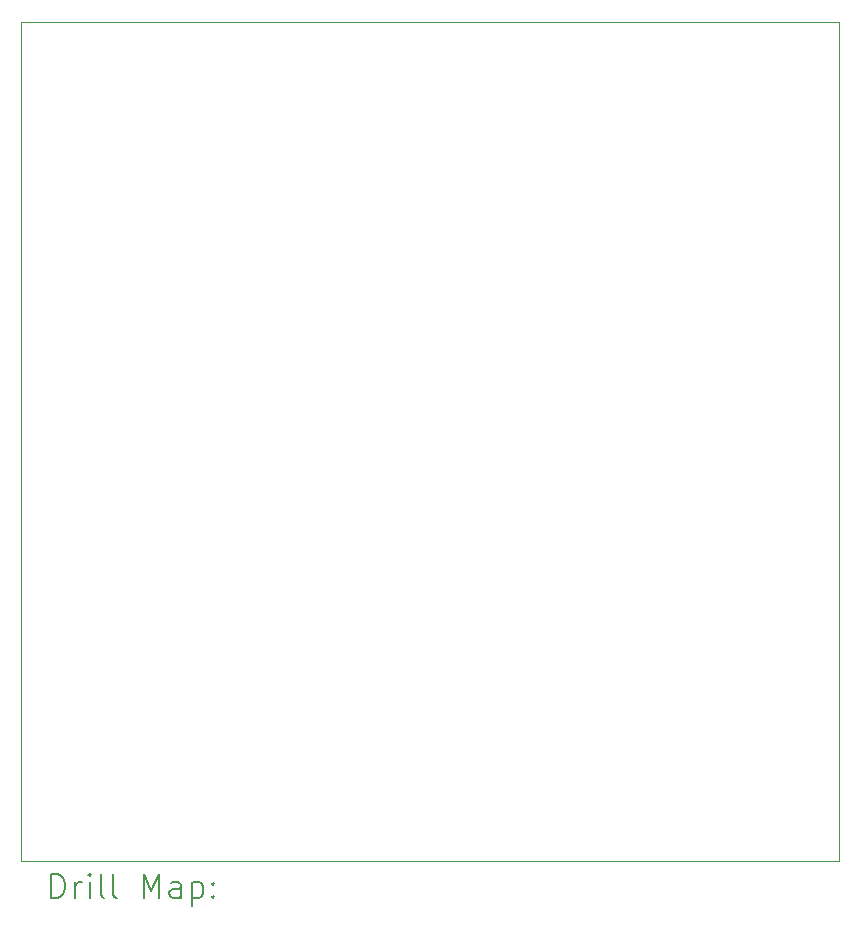
<source format=gbr>
%TF.GenerationSoftware,KiCad,Pcbnew,8.0.5*%
%TF.CreationDate,2024-11-17T20:05:29+09:00*%
%TF.ProjectId,VR_glove,56525f67-6c6f-4766-952e-6b696361645f,rev?*%
%TF.SameCoordinates,Original*%
%TF.FileFunction,Drillmap*%
%TF.FilePolarity,Positive*%
%FSLAX45Y45*%
G04 Gerber Fmt 4.5, Leading zero omitted, Abs format (unit mm)*
G04 Created by KiCad (PCBNEW 8.0.5) date 2024-11-17 20:05:29*
%MOMM*%
%LPD*%
G01*
G04 APERTURE LIST*
%ADD10C,0.050000*%
%ADD11C,0.200000*%
G04 APERTURE END LIST*
D10*
X11775000Y-4625000D02*
X18700000Y-4625000D01*
X18700000Y-11725000D01*
X11775000Y-11725000D01*
X11775000Y-4625000D01*
D11*
X12033277Y-12038984D02*
X12033277Y-11838984D01*
X12033277Y-11838984D02*
X12080896Y-11838984D01*
X12080896Y-11838984D02*
X12109467Y-11848508D01*
X12109467Y-11848508D02*
X12128515Y-11867555D01*
X12128515Y-11867555D02*
X12138039Y-11886603D01*
X12138039Y-11886603D02*
X12147562Y-11924698D01*
X12147562Y-11924698D02*
X12147562Y-11953269D01*
X12147562Y-11953269D02*
X12138039Y-11991365D01*
X12138039Y-11991365D02*
X12128515Y-12010412D01*
X12128515Y-12010412D02*
X12109467Y-12029460D01*
X12109467Y-12029460D02*
X12080896Y-12038984D01*
X12080896Y-12038984D02*
X12033277Y-12038984D01*
X12233277Y-12038984D02*
X12233277Y-11905650D01*
X12233277Y-11943746D02*
X12242801Y-11924698D01*
X12242801Y-11924698D02*
X12252324Y-11915174D01*
X12252324Y-11915174D02*
X12271372Y-11905650D01*
X12271372Y-11905650D02*
X12290420Y-11905650D01*
X12357086Y-12038984D02*
X12357086Y-11905650D01*
X12357086Y-11838984D02*
X12347562Y-11848508D01*
X12347562Y-11848508D02*
X12357086Y-11858031D01*
X12357086Y-11858031D02*
X12366610Y-11848508D01*
X12366610Y-11848508D02*
X12357086Y-11838984D01*
X12357086Y-11838984D02*
X12357086Y-11858031D01*
X12480896Y-12038984D02*
X12461848Y-12029460D01*
X12461848Y-12029460D02*
X12452324Y-12010412D01*
X12452324Y-12010412D02*
X12452324Y-11838984D01*
X12585658Y-12038984D02*
X12566610Y-12029460D01*
X12566610Y-12029460D02*
X12557086Y-12010412D01*
X12557086Y-12010412D02*
X12557086Y-11838984D01*
X12814229Y-12038984D02*
X12814229Y-11838984D01*
X12814229Y-11838984D02*
X12880896Y-11981841D01*
X12880896Y-11981841D02*
X12947562Y-11838984D01*
X12947562Y-11838984D02*
X12947562Y-12038984D01*
X13128515Y-12038984D02*
X13128515Y-11934222D01*
X13128515Y-11934222D02*
X13118991Y-11915174D01*
X13118991Y-11915174D02*
X13099943Y-11905650D01*
X13099943Y-11905650D02*
X13061848Y-11905650D01*
X13061848Y-11905650D02*
X13042801Y-11915174D01*
X13128515Y-12029460D02*
X13109467Y-12038984D01*
X13109467Y-12038984D02*
X13061848Y-12038984D01*
X13061848Y-12038984D02*
X13042801Y-12029460D01*
X13042801Y-12029460D02*
X13033277Y-12010412D01*
X13033277Y-12010412D02*
X13033277Y-11991365D01*
X13033277Y-11991365D02*
X13042801Y-11972317D01*
X13042801Y-11972317D02*
X13061848Y-11962793D01*
X13061848Y-11962793D02*
X13109467Y-11962793D01*
X13109467Y-11962793D02*
X13128515Y-11953269D01*
X13223753Y-11905650D02*
X13223753Y-12105650D01*
X13223753Y-11915174D02*
X13242801Y-11905650D01*
X13242801Y-11905650D02*
X13280896Y-11905650D01*
X13280896Y-11905650D02*
X13299943Y-11915174D01*
X13299943Y-11915174D02*
X13309467Y-11924698D01*
X13309467Y-11924698D02*
X13318991Y-11943746D01*
X13318991Y-11943746D02*
X13318991Y-12000888D01*
X13318991Y-12000888D02*
X13309467Y-12019936D01*
X13309467Y-12019936D02*
X13299943Y-12029460D01*
X13299943Y-12029460D02*
X13280896Y-12038984D01*
X13280896Y-12038984D02*
X13242801Y-12038984D01*
X13242801Y-12038984D02*
X13223753Y-12029460D01*
X13404705Y-12019936D02*
X13414229Y-12029460D01*
X13414229Y-12029460D02*
X13404705Y-12038984D01*
X13404705Y-12038984D02*
X13395182Y-12029460D01*
X13395182Y-12029460D02*
X13404705Y-12019936D01*
X13404705Y-12019936D02*
X13404705Y-12038984D01*
X13404705Y-11915174D02*
X13414229Y-11924698D01*
X13414229Y-11924698D02*
X13404705Y-11934222D01*
X13404705Y-11934222D02*
X13395182Y-11924698D01*
X13395182Y-11924698D02*
X13404705Y-11915174D01*
X13404705Y-11915174D02*
X13404705Y-11934222D01*
M02*

</source>
